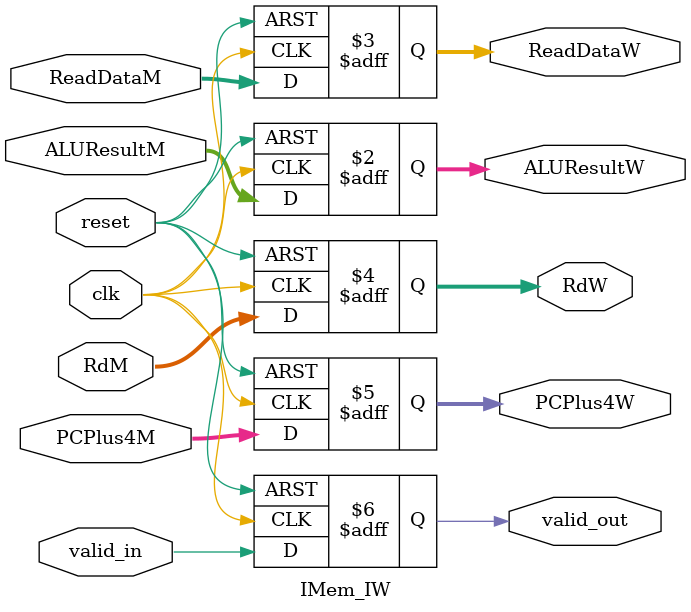
<source format=sv>
`timescale 1ns / 1ps

module testbench();
  logic clk;
  logic reset;
  logic [31:0] WriteData, DataAdr;
  logic MemWrite;

  riscvpipeline dut(
    .clk(clk),
    .reset(reset),
    .WriteDataM(WriteData),
    .DataAdrM(DataAdr),
    .MemWriteM(MemWrite)
  );

  initial begin
    reset <= 1; #22; reset <= 0;
  end

  initial begin
    $dumpfile("wave.vcd");
    $dumpvars(0, testbench);
  end

  always begin
    clk <= 1; #5;
    clk <= 0; #5;
  end

  always @(negedge clk) begin
    if (MemWrite) begin
      if (DataAdr === 100 && WriteData === 25) begin
        $display("Simulation succeeded: Wrote %d to address %d", WriteData, DataAdr);
        $stop;
      end else if (DataAdr !== 96) begin
        $display("Simulation failed: Wrote %d to address %d", WriteData, DataAdr);
        $stop;
      end
    end
  end
endmodule

module riscvpipeline (
  input  logic clk, reset,
  output logic [31:0] WriteDataM, DataAdrM,
  output logic MemWriteM
);
  logic [31:0] PCF, InstrF, ReadDataM;

  riscv rv(
    .clk(clk),
    .reset(reset),
    .PCF(PCF),
    .InstrF(InstrF),
    .MemWriteM(MemWriteM),
    .ALUResultM(DataAdrM),
    .WriteDataM(WriteDataM),
    .ReadDataM(ReadDataM)
  );

  imem imem(
    .a(PCF),
    .rd(InstrF)
  );

  dmem dmem(
    .clk(clk),
    .we(MemWriteM),
    .a(DataAdrM),
    .wd(WriteDataM),
    .rd(ReadDataM)
  );
endmodule

module riscv(
  input  logic clk, reset,
  output logic [31:0] PCF,
  input  logic [31:0] InstrF,
  output logic MemWriteM,
  output logic [31:0] ALUResultM, WriteDataM,
  input  logic [31:0] ReadDataM
);
  logic ALUSrcE, RegWriteM, RegWriteW, ZeroE, PCSrcE;
  logic StallD, StallF, FlushD, FlushE, ResultSrcE0;
  logic [1:0] ResultSrcW;
  logic [1:0] ImmSrcD;
  logic [3:0] ALUControlE;
  logic [31:0] InstrD;
  logic [4:0] Rs1D, Rs2D, Rs1E, Rs2E;
  logic [4:0] RdE, RdM, RdW;
  logic [1:0] ForwardAE, ForwardBE;
  logic validD, validE, validM, validW;

  controller c(
    .clk(clk),
    .reset(reset),
    .op(InstrD[6:0]),
    .funct3(InstrD[14:12]),
    .funct7b5(InstrD[30]),
    .funct7_2b(InstrD[26:25]),
    .ZeroE(ZeroE),
    .FlushE(FlushE),
    .ResultSrcE0(ResultSrcE0),
    .ResultSrcW(ResultSrcW),
    .MemWriteM(MemWriteM),
    .PCSrcE(PCSrcE),
    .ALUSrcE(ALUSrcE),
    .RegWriteM(RegWriteM),
    .RegWriteW(RegWriteW),
    .ImmSrcD(ImmSrcD),
    .ALUControlE(ALUControlE)
  );

  forwarding_unit fu(
    .Rs1E(Rs1E),
    .Rs2E(Rs2E),
    .RdM(RdM),
    .RdW(RdW),
    .RegWriteM(RegWriteM),
    .RegWriteW(RegWriteW),
    .ForwardAE(ForwardAE),
    .ForwardBE(ForwardBE)
  );

  hazard_unit hu(
    .Rs1D(Rs1D),
    .Rs2D(Rs2D),
    .RdE(RdE),
    .ResultSrcE0(ResultSrcE0),
    .PCSrcE(PCSrcE),
    .StallD(StallD),
    .StallF(StallF),
    .FlushD(FlushD),
    .FlushE(FlushE)
  );

  datapath dp(
    .clk(clk),
    .reset(reset),
    .ResultSrcW(ResultSrcW),
    .PCSrcE(PCSrcE),
    .ALUSrcE(ALUSrcE),
    .RegWriteW(RegWriteW),
    .ImmSrcD(ImmSrcD),
    .ALUControlE(ALUControlE),
    .ZeroE(ZeroE),
    .PCF(PCF),
    .InstrF(InstrF),
    .InstrD(InstrD),
    .ALUResultM(ALUResultM),
    .WriteDataM(WriteDataM),
    .ReadDataM(ReadDataM),
    .ForwardAE(ForwardAE),
    .ForwardBE(ForwardBE),
    .Rs1D(Rs1D),
    .Rs2D(Rs2D),
    .Rs1E(Rs1E),
    .Rs2E(Rs2E),
    .RdE(RdE),
    .RdM(RdM),
    .RdW(RdW),
    .StallD(StallD),
    .StallF(StallF),
    .FlushD(FlushD),
    .FlushE(FlushE),
    .validD(validD),
    .validE(validE),
    .validM(validM),
    .validW(validW)
  );
endmodule

module imem (
  input  logic [31:0] a,
  output logic [31:0] rd
);
  logic [31:0] RAM[63:0];
  initial $readmemh("riscvtest.hex", RAM);
  assign rd = RAM[a[31:2]];
endmodule

module dmem(
  input  logic clk, we,
  input  logic [31:0] a, wd,
  output logic [31:0] rd
);
  logic [31:0] RAM [63:0];
  assign rd = RAM[a[31:2]];
  always_ff @(posedge clk)
    if (we) RAM[a[31:2]] <= wd;
endmodule

module controller(
  input  logic clk, reset,
  input  logic [6:0] op,
  input  logic [2:0] funct3,
  input  logic funct7b5,
  input  logic [1:0] funct7_2b,
  input  logic ZeroE,
  input  logic FlushE,
  output logic ResultSrcE0,
  output logic [1:0] ResultSrcW,
  output logic MemWriteM,
  output logic PCSrcE, ALUSrcE,
  output logic RegWriteM, RegWriteW,
  output logic [1:0] ImmSrcD,
  output logic [3:0] ALUControlE
);
  logic [1:0] ALUOpD;
  logic [1:0] ResultSrcD, ResultSrcE, ResultSrcM;
  logic [3:0] ALUControlD;
  logic BranchD, BranchE, MemWriteD, MemWriteE, JumpD, JumpE;
  logic ALUSrcD, RegWriteD, RegWriteE;

  maindec md(
    .op(op),
    .ResultSrc(ResultSrcD),
    .MemWrite(MemWriteD),
    .Branch(BranchD),
    .ALUSrc(ALUSrcD),
    .RegWrite(RegWriteD),
    .Jump(JumpD),
    .ImmSrc(ImmSrcD),
    .ALUOp(ALUOpD)
  );

  aludec ad(
    .opb5(op[5]),
    .funct3(funct3),
    .funct7b5(funct7b5),
    .funct7_2b(funct7_2b),
    .ALUOp(ALUOpD),
    .ALUControl(ALUControlD)
  );

  c_ID_IEx c_pipreg0(
    .clk(clk),
    .reset(reset),
    .clear(FlushE),
    .RegWriteD(RegWriteD),
    .MemWriteD(MemWriteD),
    .JumpD(JumpD),
    .BranchD(BranchD),
    .ALUSrcD(ALUSrcD),
    .ResultSrcD(ResultSrcD),
    .ALUControlD(ALUControlD),
    .RegWriteE(RegWriteE),
    .MemWriteE(MemWriteE),
    .JumpE(JumpE),
    .BranchE(BranchE),
    .ALUSrcE(ALUSrcE),
    .ResultSrcE(ResultSrcE),
    .ALUControlE(ALUControlE)
  );

  assign ResultSrcE0 = ResultSrcE[0];

  c_IEx_IM c_pipreg1(
    .clk(clk),
    .reset(reset),
    .RegWriteE(RegWriteE),
    .MemWriteE(MemWriteE),
    .ResultSrcE(ResultSrcE),
    .RegWriteM(RegWriteM),
    .MemWriteM(MemWriteM),
    .ResultSrcM(ResultSrcM)
  );

  c_IM_IW c_pipreg2 (
    .clk(clk),
    .reset(reset),
    .RegWriteM(RegWriteM),
    .ResultSrcM(ResultSrcM),
    .RegWriteW(RegWriteW),
    .ResultSrcW(ResultSrcW)
  );

  assign PCSrcE = (BranchE & ZeroE) | JumpE;
endmodule

module maindec(
  input  logic [6:0] op,
  output logic [1:0] ResultSrc,
  output logic MemWrite,
  output logic Branch, ALUSrc,
  output logic RegWrite, Jump,
  output logic [1:0] ImmSrc,
  output logic [1:0] ALUOp
);
  logic [10:0] controls;
  assign {RegWrite, ImmSrc, ALUSrc, MemWrite, ResultSrc, Branch, ALUOp, Jump} = controls;
  always_comb
    case(op)
      7'b0000011: controls = 11'b1_00_1_0_01_0_00_0; // lw
      7'b0100011: controls = 11'b0_01_1_1_00_0_00_0; // sw
      7'b0110011: controls = 11'b1_xx_0_0_00_0_10_0; // R-type
      7'b1100011: controls = 11'b0_10_0_0_00_1_01_0; // beq
      7'b0010011: controls = 11'b1_00_1_0_00_0_10_0; // I-type ALU
      7'b1101111: controls = 11'b1_11_0_0_10_0_00_1; // jal
      7'b0001011: controls = 11'b1_xx_0_0_00_0_11_0; // custom
      default:    controls = 11'bx_xx_x_x_xx_x_xx_x;
    endcase
endmodule

module aludec(
  input  logic opb5,
  input  logic [2:0] funct3,
  input  logic funct7b5,
  input  logic [1:0] funct7_2b,
  input  logic [1:0] ALUOp,
  output logic [3:0] ALUControl
);
  logic RtypeSub;
  assign RtypeSub = funct7b5 & opb5;
  always_comb
    case(ALUOp)
      2'b00: ALUControl = 4'b0000;
      2'b01: ALUControl = 4'b0001;
      2'b10: case(funct3)
               3'b000: ALUControl = RtypeSub ? 4'b0001 : 4'b0000;
               3'b010: ALUControl = 4'b0101;
               3'b110: ALUControl = 4'b0011;
               3'b111: ALUControl = 4'b0010;
               default: ALUControl = 4'bxxxx;
             endcase
      2'b11: case(funct7_2b)
               2'b00: case(funct3)
                        3'b000: ALUControl = 4'b0110;
                        3'b001: ALUControl = 4'b0111;
                        3'b010: ALUControl = 4'b1000;
                        default: ALUControl = 4'bxxxx;
                      endcase
               2'b01: case(funct3)
                        3'b000: ALUControl = 4'b1001;
                        3'b001: ALUControl = 4'b1010;
                        3'b010: ALUControl = 4'b1011;
                        3'b011: ALUControl = 4'b1100;
                        default: ALUControl = 4'bxxxx;
                      endcase
               2'b10: case(funct3)
                        3'b000: ALUControl = 4'b1101;
                        3'b001: ALUControl = 4'b1110;
                        default: ALUControl = 4'bxxxx;
                      endcase
               2'b11: case(funct3)
                        3'b000: ALUControl = 4'b1111;
                        default: ALUControl = 4'bxxxx;
                      endcase
               default: ALUControl = 4'bxxxx;
             endcase
      default: ALUControl = 4'bxxxx;
    endcase
endmodule

module c_ID_IEx (
  input  logic clk, reset, clear,
  input  logic RegWriteD, MemWriteD, JumpD, BranchD, ALUSrcD,
  input  logic [1:0] ResultSrcD,
  input  logic [3:0] ALUControlD,
  output logic RegWriteE, MemWriteE, JumpE, BranchE, ALUSrcE,
  output logic [1:0] ResultSrcE,
  output logic [3:0] ALUControlE
);
  always_ff @(posedge clk or posedge reset) begin
    if (reset) begin
      RegWriteE <= 0; MemWriteE <= 0; JumpE <= 0; BranchE <= 0; ALUSrcE <= 0; ResultSrcE <= 0; ALUControlE <= 0;
    end else if (clear) begin
      RegWriteE <= 0; MemWriteE <= 0; JumpE <= 0; BranchE <= 0; ALUSrcE <= 0; ResultSrcE <= 0; ALUControlE <= 0;
    end else begin
      RegWriteE <= RegWriteD;
      MemWriteE <= MemWriteD;
      JumpE <= JumpD;
      BranchE <= BranchD;
      ALUSrcE <= ALUSrcD;
      ResultSrcE <= ResultSrcD;
      ALUControlE <= ALUControlD;
    end
  end
endmodule

module c_IEx_IM (
  input  logic clk, reset,
  input  logic RegWriteE, MemWriteE,
  input  logic [1:0] ResultSrcE,
  output logic RegWriteM, MemWriteM,
  output logic [1:0] ResultSrcM
);
  always_ff @(posedge clk or posedge reset) begin
    if (reset) begin
      RegWriteM <= 0; MemWriteM <= 0; ResultSrcM <= 0;
    end else begin
      RegWriteM <= RegWriteE;
      MemWriteM <= MemWriteE;
      ResultSrcM <= ResultSrcE;
    end
  end
endmodule

module c_IM_IW (
  input  logic clk, reset,
  input  logic RegWriteM,
  input  logic [1:0] ResultSrcM,
  output logic RegWriteW,
  output logic [1:0] ResultSrcW
);
  always_ff @(posedge clk or posedge reset) begin
    if (reset) begin
      RegWriteW <= 0; ResultSrcW <= 0;
    end else begin
      RegWriteW <= RegWriteM;
      ResultSrcW <= ResultSrcM;
    end
  end
endmodule

module forwarding_unit(
  input  logic [4:0] Rs1E, Rs2E,
  input  logic [4:0] RdM, RdW,
  input  logic RegWriteM, RegWriteW,
  output logic [1:0] ForwardAE, ForwardBE
);
  always_comb begin
    ForwardAE = 2'b00; ForwardBE = 2'b00;
    if ((Rs1E == RdM) & RegWriteM & (Rs1E != 0))
      ForwardAE = 2'b10;
    else if ((Rs1E == RdW) & RegWriteW & (Rs1E != 0))
      ForwardAE = 2'b01;
    if ((Rs2E == RdM) & RegWriteM & (Rs2E != 0))
      ForwardBE = 2'b10;
    else if ((Rs2E == RdW) & RegWriteW & (Rs2E != 0))
      ForwardBE = 2'b01;
  end
endmodule

module hazard_unit(
  input  logic [4:0] Rs1D, Rs2D,
  input  logic [4:0] RdE,
  input  logic ResultSrcE0,
  input  logic PCSrcE,
  output logic StallD, StallF,
  output logic FlushD, FlushE
);
  logic lwStall;
  assign lwStall = (ResultSrcE0 == 1) & ((RdE == Rs1D) | (RdE == Rs2D));
  assign StallF = lwStall;
  assign StallD = lwStall;
  assign FlushE = lwStall | PCSrcE;
  assign FlushD = PCSrcE;
endmodule

module datapath(
  input  logic clk, reset,
  input  logic [1:0] ResultSrcW,
  input  logic PCSrcE, ALUSrcE,
  input  logic RegWriteW,
  input  logic [1:0] ImmSrcD,
  input  logic [3:0] ALUControlE,
  output logic ZeroE,
  output logic [31:0] PCF,
  input  logic [31:0] InstrF,
  output logic [31:0] InstrD,
  output logic [31:0] ALUResultM, WriteDataM,
  input  logic [31:0] ReadDataM,
  input  logic [1:0] ForwardAE, ForwardBE,
  output logic [4:0] Rs1D, Rs2D, Rs1E, Rs2E,
  output logic [4:0] RdE, RdM, RdW,
  input  logic StallD, StallF, FlushD, FlushE,
  output logic validD, validE, validM, validW
);
  logic [31:0] PCD, PCE, ALUResultE, ALUResultW, ReadDataW;
  logic [31:0] PCNextF, PCPlus4F, PCPlus4D, PCPlus4E, PCPlus4M, PCPlus4W, PCTargetE;
  logic [31:0] WriteDataE;
  logic [31:0] ImmExtD, ImmExtE;
  logic [31:0] SrcAE, SrcBE, RD1D, RD2D, RD1E, RD2E;
  logic [31:0] ResultW;
  logic [4:0] RdD;

  mux2 #(.WIDTH(32)) pcmux(.d0(PCPlus4F), .d1(PCTargetE), .s(PCSrcE), .y(PCNextF));
  flopenr #(.WIDTH(32)) IF(.clk(clk), .reset(reset), .en(~StallF), .d(PCNextF), .q(PCF));
  adder pcadd4(.a(PCF), .b(32'd4), .y(PCPlus4F));

  IF_ID pipreg0(
    .clk(clk), .reset(reset), .clear(FlushD), .enable(~StallD),
    .InstrF(InstrF), .PCF(PCF), .PCPlus4F(PCPlus4F),
    .InstrD(InstrD), .PCD(PCD), .PCPlus4D(PCPlus4D),
    .valid_in(1'b1), .valid_out(validD)
  );

  assign Rs1D = InstrD[19:15];
  assign Rs2D = InstrD[24:20];
  assign RdD  = InstrD[11:7];

  regfile rf(.clk(clk), .we3(RegWriteW), .a1(Rs1D), .a2(Rs2D), .a3(RdW), .wd3(ResultW), .rd1(RD1D), .rd2(RD2D));

  extend ext(.instr(InstrD[31:7]), .immsrc(ImmSrcD), .immext(ImmExtD));

  ID_IEx pipreg1(
    .clk(clk), .reset(reset), .clear(FlushE),
    .RD1D(RD1D), .RD2D(RD2D), .PCD(PCD),
    .Rs1D(Rs1D), .Rs2D(Rs2D), .RdD(RdD),
    .ImmExtD(ImmExtD), .PCPlus4D(PCPlus4D),
    .RD1E(RD1E), .RD2E(RD2E), .PCE(PCE),
    .Rs1E(Rs1E), .Rs2E(Rs2E), .RdE(RdE),
    .ImmExtE(ImmExtE), .PCPlus4E(PCPlus4E),
    .valid_in(validD), .valid_out(validE)
  );

  mux3 #(.WIDTH(32)) forwardMuxA(.d0(RD1E), .d1(ResultW), .d2(ALUResultM), .s(ForwardAE), .y(SrcAE));
  mux3 #(.WIDTH(32)) forwardMuxB(.d0(RD2E), .d1(ResultW), .d2(ALUResultM), .s(ForwardBE), .y(WriteDataE));
  mux2 #(.WIDTH(32)) srcbmux(.d0(WriteDataE), .d1(ImmExtE), .s(ALUSrcE), .y(SrcBE));

  adder pcaddbranch(.a(PCE), .b(ImmExtE), .y(PCTargetE));

  alu alu_unit(.a(SrcAE), .b(SrcBE), .alucontrol(ALUControlE), .result(ALUResultE), .zero(ZeroE));

  IEx_IMem pipreg2(
    .clk(clk), .reset(reset),
    .ALUResultE(ALUResultE), .WriteDataE(WriteDataE), .RdE(RdE), .PCPlus4E(PCPlus4E),
    .ALUResultM(ALUResultM), .WriteDataM(WriteDataM), .RdM(RdM), .PCPlus4M(PCPlus4M),
    .valid_in(validE), .valid_out(validM)
  );

  IMem_IW pipreg3(
    .clk(clk), .reset(reset),
    .ALUResultM(ALUResultM), .ReadDataM(ReadDataM),
    .RdM(RdM), .PCPlus4M(PCPlus4M),
    .ALUResultW(ALUResultW), .ReadDataW(ReadDataW), .RdW(RdW), .PCPlus4W(PCPlus4W),
    .valid_in(validM), .valid_out(validW)
  );

  mux3 #(.WIDTH(32)) resultmux(.d0(ALUResultW), .d1(ReadDataW), .d2(PCPlus4W), .s(ResultSrcW), .y(ResultW));
endmodule

module mux2 #(parameter WIDTH=8)(
  input logic [WIDTH-1:0] d0, d1,
  input logic s,
  output logic [WIDTH-1:0] y
);
  assign y = s ? d1 : d0;
endmodule

module flopenr #(
  parameter WIDTH = 8
) (
  input logic clk, reset, en,
  input logic [WIDTH-1:0] d,
  output logic [WIDTH-1:0] q
);
  always_ff @(posedge clk or posedge reset) begin
    if (reset) q <= 0;
    else if (en) q <= d;
  end
endmodule

module adder(
  input [31:0] a, b,
  output [31:0] y
);
  assign y = a + b;
endmodule

module IF_ID (
  input logic clk, reset, clear, enable,
  input logic [31:0] InstrF, PCF, PCPlus4F,
  output logic [31:0] InstrD, PCD, PCPlus4D,
  input logic valid_in,
  output logic valid_out
);
  always_ff @(posedge clk or posedge reset) begin
    if (reset) begin
      InstrD <= 0; PCD <= 0; PCPlus4D <= 0; valid_out <= 0;
    end else if (enable) begin
      if (clear) begin
        InstrD <= 32'h00000033; PCD <= 0; PCPlus4D <= 0; valid_out <= 0;
      end else begin
        InstrD <= InstrF; PCD <= PCF; PCPlus4D <= PCPlus4F; valid_out <= valid_in;
      end
    end
  end
endmodule

module regfile (
  input logic clk,
  input logic we3,
  input logic [4:0] a1, a2, a3,
  input logic [31:0] wd3,
  output logic [31:0] rd1, rd2
);
  logic [31:0] rf[31:0];
  always_ff @(negedge clk)
    if (we3 & (a3 != 0)) rf[a3] <= wd3;
  assign rd1 = (a1 != 0) ? rf[a1] : 0;
  assign rd2 = (a2 != 0) ? rf[a2] : 0;
endmodule

module extend(
  input logic [31:7] instr,
  input logic [1:0] immsrc,
  output logic [31:0] immext
);
  always_comb
    case(immsrc)
      2'b00: immext = {{20{instr[31]}}, instr[31:20]};
      2'b01: immext = {{20{instr[31]}}, instr[31:25], instr[11:7]};
      2'b10: immext = {{20{instr[31]}}, instr[7], instr[30:25], instr[11:8], 1'b0};
      2'b11: immext = {{12{instr[31]}}, instr[19:12], instr[20], instr[30:21], 1'b0};
      default: immext = 32'bx;
    endcase
endmodule

module ID_IEx (
  input logic clk, reset, clear,
  input logic [31:0] RD1D, RD2D, PCD,
  input logic [4:0] Rs1D, Rs2D, RdD,
  input logic [31:0] ImmExtD, PCPlus4D,
  output logic [31:0] RD1E, RD2E, PCE,
  output logic [4:0] Rs1E, Rs2E, RdE,
  output logic [31:0] ImmExtE, PCPlus4E,
  input logic valid_in,
  output logic valid_out
);
  always_ff @(posedge clk or posedge reset) begin
    if (reset) begin
      RD1E <= 0; RD2E <= 0; PCE <= 0; Rs1E <= 0; Rs2E <= 0; RdE <= 0; ImmExtE <= 0; PCPlus4E <= 0; valid_out <= 0;
    end else if (clear) begin
      RD1E <= 0; RD2E <= 0; PCE <= 0; Rs1E <= 0; Rs2E <= 0; RdE <= 0; ImmExtE <= 0; PCPlus4E <= 0; valid_out <= 0;
    end else begin
      RD1E <= RD1D; RD2E <= RD2D; PCE <= PCD; Rs1E <= Rs1D; Rs2E <= Rs2D; RdE <= RdD; ImmExtE <= ImmExtD; PCPlus4E <= PCPlus4D; valid_out <= valid_in;
    end
  end
endmodule

module mux3 #(parameter WIDTH=8)(
  input logic [WIDTH-1:0] d0, d1, d2,
  input logic [1:0] s,
  output logic [WIDTH-1:0] y
);
  assign y = s[1] ? d2 : (s[0] ? d1 : d0);
endmodule

module alu(
  input logic [31:0] a, b,
  input logic [3:0] alucontrol,
  output logic [31:0] result,
  output logic zero
);
  logic [31:0] condinvb, sum;
  logic v;
  assign condinvb = alucontrol[0] ? ~b : b;
  assign sum = a + condinvb + alucontrol[0];
  always_comb begin
    case (alucontrol)
      4'b0000: result = sum;
      4'b0001: result = sum;
      4'b0010: result = a & b;
      4'b0011: result = a | b;
      4'b0100: result = a ^ b;
      4'b0101: result = {31'b0, sum[31]^v};
      4'b0110: result = a & (~b);
      4'b0111: result = a | (~b);
      4'b1000: result = ~(a ^ b);
      4'b1001: result = ($signed(a) < $signed(b)) ? a : b;
      4'b1010: result = ($signed(a) > $signed(b)) ? a : b;
      4'b1011: result = (a < b) ? a : b;
      4'b1100: result = (a > b) ? a : b;
      4'b1101: result = (a << b[4:0]) | (a >> (32 - b[4:0]));
      4'b1110: result = (a >> b[4:0]) | (a << (32 - b[4:0]));
      4'b1111: result = (a[31] == 1'b0) ? a : -a;
      default: result = 32'bx;
    endcase
  end
  assign zero = (result == 32'b0);
  assign v = ~(alucontrol[0] ^ a[31] ^ b[31]) & (a[31] ^ sum[31]) & ((~alucontrol[2] & ~alucontrol[1]) | (~alucontrol[1] & alucontrol[0]));
endmodule

module IEx_IMem(
  input logic clk, reset,
  input logic [31:0] ALUResultE, WriteDataE,
  input logic [4:0] RdE,
  input logic [31:0] PCPlus4E,
  output logic [31:0] ALUResultM, WriteDataM,
  output logic [4:0] RdM,
  output logic [31:0] PCPlus4M,
  input logic valid_in,
  output logic valid_out
);
  always_ff @(posedge clk or posedge reset) begin
    if (reset) begin
      ALUResultM <= 0; WriteDataM <= 0; RdM <= 0; PCPlus4M <= 0; valid_out <= 0;
    end else begin
      ALUResultM <= ALUResultE; WriteDataM <= WriteDataE; RdM <= RdE; PCPlus4M <= PCPlus4E; valid_out <= valid_in;
    end
  end
endmodule

module IMem_IW (
  input logic clk, reset,
  input logic [31:0] ALUResultM, ReadDataM,
  input logic [4:0] RdM,
  input logic [31:0] PCPlus4M,
  output logic [31:0] ALUResultW, ReadDataW,
  output logic [4:0] RdW,
  output logic [31:0] PCPlus4W,
  input logic valid_in,
  output logic valid_out
);
  always_ff @(posedge clk or posedge reset) begin
    if (reset) begin
      ALUResultW <= 0; ReadDataW <= 0; RdW <= 0; PCPlus4W <= 0; valid_out <= 0;
    end else begin
      ALUResultW <= ALUResultM; ReadDataW <= ReadDataM; RdW <= RdM; PCPlus4W <= PCPlus4M; valid_out <= valid_in;
    end
  end
endmodule

</source>
